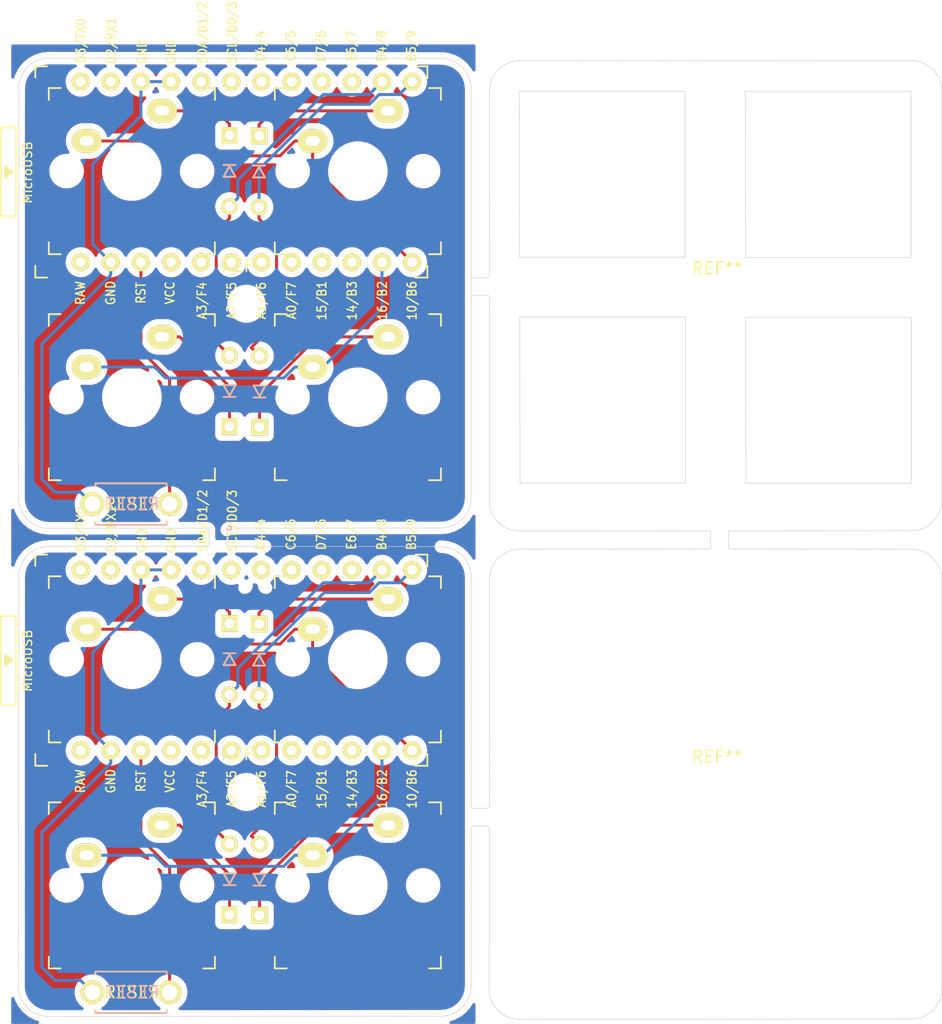
<source format=kicad_pcb>
(kicad_pcb (version 20171130) (host pcbnew "(5.1.5)-2")
  (layers (0 F.Cu signal) (31 B.Cu signal) (34 B.Paste user) (35 F.Paste user) (36 B.SilkS user) (37 F.SilkS user) (38 B.Mask user) (39 F.Mask user) (44 Edge.Cuts user))
  (net 0 "")
  (net 1 row0)
  (net 2 "Net-(D1-Pad1)")
  (net 3 "Net-(D2-Pad1)")
  (net 4 row1)
  (net 5 "Net-(D3-Pad1)")
  (net 6 "Net-(D4-Pad1)")
  (net 7 GND)
  (net 8 rst)
  (net 9 col0)
  (net 10 col1)
  (net 11 "Net-(U1-Pad24)")
  (net 12 VCC)
  (net 13 "Net-(U1-Pad20)")
  (net 14 "Net-(U1-Pad19)")
  (net 15 "Net-(U1-Pad18)")
  (net 16 "Net-(U1-Pad17)")
  (net 17 "Net-(U1-Pad16)")
  (net 18 "Net-(U1-Pad15)")
  (net 19 "Net-(U1-Pad10)")
  (net 20 "Net-(U1-Pad9)")
  (net 21 "Net-(U1-Pad8)")
  (net 22 "Net-(U1-Pad7)")
  (net 23 "Net-(U1-Pad6)")
  (net 24 "Net-(U1-Pad5)")
  (net 25 "Net-(U1-Pad2)")
  (net 26 "Net-(U1-Pad1)")
  (module kbd:CherryMX_1u (layer F.Cu) (at 147.43 139.298)
    (fp_text reference SW5 hide)
    (fp_text value SW_PUSH hide)
    (pad 1 thru_hole oval (at -3.81 -2.54) (size 2.5 2) (drill oval 1.2 0.8) (layers *.Cu F.SilkS B.Mask))
    (pad 2 thru_hole oval (at 2.54 -5.08) (size 2.5 2) (drill oval 1.2 0.8) (layers *.Cu F.SilkS B.Mask))
    (pad "" np_thru_hole circle (at 5.5 0 90) (size 1.9 1.9) (drill 1.9) (layers *.Cu *.Mask))
    (pad "" np_thru_hole circle (at -5.5 0 90) (size 1.9 1.9) (drill 1.9) (layers *.Cu *.Mask))
    (pad "" np_thru_hole circle (at 0 0 90) (size 4 4) (drill 4) (layers *.Cu *.Mask))
  )
  (module kbd:ResetSW (layer F.Cu) (at 128.31 148.308)
    (fp_text reference SW1 hide)
    (fp_text value SW_PUSH)
    (fp_text user RESET (at 0 0) (layer F.SilkS))
    (fp_text user RESET (at 0.127 0) (layer B.SilkS) (effects (justify mirror)))
    (pad 2 thru_hole circle (at -3.25 0) (size 2 2) (drill 1.3) (layers *.Cu *.Mask F.SilkS))
    (pad 1 thru_hole circle (at 3.25 0) (size 2 2) (drill 1.3) (layers *.Cu *.Mask F.SilkS))
  )
  (module kbd:CherryMX_1u (layer F.Cu) (at 147.43 120.248)
    (fp_text reference SW4 hide)
    (fp_text value SW_PUSH hide)
    (pad 1 thru_hole oval (at -3.81 -2.54) (size 2.5 2) (drill oval 1.2 0.8) (layers *.Cu F.SilkS B.Mask))
    (pad 2 thru_hole oval (at 2.54 -5.08) (size 2.5 2) (drill oval 1.2 0.8) (layers *.Cu F.SilkS B.Mask))
    (pad "" np_thru_hole circle (at 5.5 0 90) (size 1.9 1.9) (drill 1.9) (layers *.Cu *.Mask))
    (pad "" np_thru_hole circle (at -5.5 0 90) (size 1.9 1.9) (drill 1.9) (layers *.Cu *.Mask))
    (pad "" np_thru_hole circle (at 0 0 90) (size 4 4) (drill 4) (layers *.Cu *.Mask))
  )
  (module kbd:CherryMX_1u (layer F.Cu) (at 128.38 139.298)
    (fp_text reference SW3 hide)
    (fp_text value SW_PUSH hide)
    (pad "" np_thru_hole circle (at 0 0 90) (size 4 4) (drill 4) (layers *.Cu *.Mask))
    (pad "" np_thru_hole circle (at -5.5 0 90) (size 1.9 1.9) (drill 1.9) (layers *.Cu *.Mask))
    (pad "" np_thru_hole circle (at 5.5 0 90) (size 1.9 1.9) (drill 1.9) (layers *.Cu *.Mask))
    (pad 2 thru_hole oval (at 2.54 -5.08) (size 2.5 2) (drill oval 1.2 0.8) (layers *.Cu F.SilkS B.Mask))
    (pad 1 thru_hole oval (at -3.81 -2.54) (size 2.5 2) (drill oval 1.2 0.8) (layers *.Cu F.SilkS B.Mask))
  )
  (module kbd:CherryMX_1u (layer F.Cu) (at 128.38 120.248)
    (fp_text reference SW2 hide)
    (fp_text value SW_PUSH hide)
    (pad 1 thru_hole oval (at -3.81 -2.54) (size 2.5 2) (drill oval 1.2 0.8) (layers *.Cu F.SilkS B.Mask))
    (pad 2 thru_hole oval (at 2.54 -5.08) (size 2.5 2) (drill oval 1.2 0.8) (layers *.Cu F.SilkS B.Mask))
    (pad "" np_thru_hole circle (at 5.5 0 90) (size 1.9 1.9) (drill 1.9) (layers *.Cu *.Mask))
    (pad "" np_thru_hole circle (at -5.5 0 90) (size 1.9 1.9) (drill 1.9) (layers *.Cu *.Mask))
    (pad "" np_thru_hole circle (at 0 0 90) (size 4 4) (drill 4) (layers *.Cu *.Mask))
  )
  (module kbd:D3_TH (layer F.Cu) (at 136.61 120.228 270)
    (fp_text reference D1 hide)
    (fp_text value DIODE hide)
    (pad 1 thru_hole rect (at -3 0 270) (size 1.397 1.397) (drill 0.8128) (layers *.Cu F.SilkS B.Mask))
    (pad 2 thru_hole circle (at 3 0 270) (size 1.397 1.397) (drill 0.8128) (layers *.Cu F.SilkS B.Mask))
  )
  (module kbd:D3_TH (layer F.Cu) (at 139.1 120.278 270)
    (fp_text reference D3 hide)
    (fp_text value DIODE hide)
    (pad 1 thru_hole rect (at -3 0 270) (size 1.397 1.397) (drill 0.8128) (layers *.Cu F.SilkS B.Mask))
    (pad 2 thru_hole circle (at 3 0 270) (size 1.397 1.397) (drill 0.8128) (layers *.Cu F.SilkS B.Mask))
  )
  (module kbd:D3_TH (layer F.Cu) (at 139.14 138.818 90)
    (fp_text reference D4 hide)
    (fp_text value DIODE hide)
    (pad 1 thru_hole rect (at -3 0 90) (size 1.397 1.397) (drill 0.8128) (layers *.Cu F.SilkS B.Mask))
    (pad 2 thru_hole circle (at 3 0 90) (size 1.397 1.397) (drill 0.8128) (layers *.Cu F.SilkS B.Mask))
  )
  (module kbd:D3_TH (layer F.Cu) (at 136.61 138.778 90)
    (fp_text reference D2 hide)
    (fp_text value DIODE hide)
    (pad 1 thru_hole rect (at -3 0 90) (size 1.397 1.397) (drill 0.8128) (layers *.Cu F.SilkS B.Mask))
    (pad 2 thru_hole circle (at 3 0 90) (size 1.397 1.397) (drill 0.8128) (layers *.Cu F.SilkS B.Mask))
  )
  (module kbd:ProMicro_v3.5 (layer F.Cu) (at 138.54 120.318 90)
    (fp_text reference U1 hide)
    (fp_text value ProMicro hide)
    (fp_text user MicroUSB (at -0.05 -18.95 90) (layer F.SilkS) (effects (font (size 0.75 0.75) (thickness 0.12))))
    (fp_text user B4/8 (at 10.605 10.9 90 unlocked) (layer F.SilkS) (effects (font (size 0.75 0.67) (thickness 0.125))))
    (fp_text user D2/RX1 (at 11.055 -11.9 90 unlocked) (layer F.SilkS) (effects (font (size 0.75 0.67) (thickness 0.125))))
    (fp_text user B5/9 (at 10.605 13.4 90 unlocked) (layer F.SilkS) (effects (font (size 0.75 0.67) (thickness 0.125))))
    (fp_text user C6/5 (at 10.605 3.25 90 unlocked) (layer F.SilkS) (effects (font (size 0.75 0.67) (thickness 0.125))))
    (fp_text user SCL/D0/3 (at 11.755 -1.7 90 unlocked) (layer F.SilkS) (effects (font (size 0.75 0.67) (thickness 0.125))))
    (fp_text user SDA/D1/2 (at 11.755 -4.2 90 unlocked) (layer F.SilkS) (effects (font (size 0.75 0.67) (thickness 0.125))))
    (fp_text user D4/4 (at 10.605 0.7 90 unlocked) (layer F.SilkS) (effects (font (size 0.75 0.67) (thickness 0.125))))
    (fp_text user D3/TX0 (at 11.055 -14.45 90 unlocked) (layer F.SilkS) (effects (font (size 0.75 0.67) (thickness 0.125))))
    (fp_text user GND (at 10.105 -6.85 90 unlocked) (layer F.SilkS) (effects (font (size 0.75 0.67) (thickness 0.125))))
    (fp_text user GND (at 10.105 -9.3 90 unlocked) (layer F.SilkS) (effects (font (size 0.75 0.67) (thickness 0.125))))
    (fp_text user D7/6 (at 10.605 5.8 90 unlocked) (layer F.SilkS) (effects (font (size 0.75 0.67) (thickness 0.125))))
    (fp_text user E6/7 (at 10.605 8.35 90 unlocked) (layer F.SilkS) (effects (font (size 0.75 0.67) (thickness 0.125))))
    (fp_text user 16/B2 (at -10.845 10.95 90 unlocked) (layer F.SilkS) (effects (font (size 0.75 0.67) (thickness 0.125))))
    (fp_text user 10/B6 (at -10.845 13.45 90 unlocked) (layer F.SilkS) (effects (font (size 0.75 0.67) (thickness 0.125))))
    (fp_text user 14/B3 (at -10.845 8.4 90 unlocked) (layer F.SilkS) (effects (font (size 0.75 0.67) (thickness 0.125))))
    (fp_text user 15/B1 (at -10.845 5.85 90 unlocked) (layer F.SilkS) (effects (font (size 0.75 0.67) (thickness 0.125))))
    (fp_text user A0/F7 (at -10.845 3.3 90 unlocked) (layer F.SilkS) (effects (font (size 0.75 0.67) (thickness 0.125))))
    (fp_text user A1/F6 (at -10.845 0.75 90 unlocked) (layer F.SilkS) (effects (font (size 0.75 0.67) (thickness 0.125))))
    (fp_text user A2/F5 (at -10.845 -1.75 90 unlocked) (layer F.SilkS) (effects (font (size 0.75 0.67) (thickness 0.125))))
    (fp_text user A3/F4 (at -10.845 -4.25 90 unlocked) (layer F.SilkS) (effects (font (size 0.75 0.67) (thickness 0.125))))
    (fp_text user VCC (at -10.195 -6.95 90 unlocked) (layer F.SilkS) (effects (font (size 0.75 0.67) (thickness 0.125))))
    (fp_text user RST (at -10.195 -9.4 90 unlocked) (layer F.SilkS) (effects (font (size 0.75 0.67) (thickness 0.125))))
    (fp_text user GND (at -10.195 -11.95 90 unlocked) (layer F.SilkS) (effects (font (size 0.75 0.67) (thickness 0.125))))
    (fp_text user RAW (at -10.195 -14.5 90 unlocked) (layer F.SilkS) (effects (font (size 0.75 0.67) (thickness 0.125))))
    (fp_text user "" (at -0.545 -17.4 90) (layer F.SilkS))
    (fp_text user "" (at -1.2515 -16.256 90) (layer B.SilkS) (effects (justify mirror)))
    (pad 1 thru_hole circle (at 7.6114 -14.478 90) (size 1.524 1.524) (drill 0.8128) (layers *.Cu F.SilkS B.Mask))
    (pad 2 thru_hole circle (at 7.6114 -11.938 90) (size 1.524 1.524) (drill 0.8128) (layers *.Cu F.SilkS B.Mask))
    (pad 3 thru_hole circle (at 7.6114 -9.398 90) (size 1.524 1.524) (drill 0.8128) (layers *.Cu F.SilkS B.Mask))
    (pad 4 thru_hole circle (at 7.6114 -6.858 90) (size 1.524 1.524) (drill 0.8128) (layers *.Cu F.SilkS B.Mask))
    (pad 5 thru_hole circle (at 7.6114 -4.318 90) (size 1.524 1.524) (drill 0.8128) (layers *.Cu F.SilkS B.Mask))
    (pad 6 thru_hole circle (at 7.6114 -1.778 90) (size 1.524 1.524) (drill 0.8128) (layers *.Cu F.SilkS B.Mask))
    (pad 7 thru_hole circle (at 7.6114 0.762 90) (size 1.524 1.524) (drill 0.8128) (layers *.Cu F.SilkS B.Mask))
    (pad 8 thru_hole circle (at 7.6114 3.302 90) (size 1.524 1.524) (drill 0.8128) (layers *.Cu F.SilkS B.Mask))
    (pad 9 thru_hole circle (at 7.6114 5.842 90) (size 1.524 1.524) (drill 0.8128) (layers *.Cu F.SilkS B.Mask))
    (pad 10 thru_hole circle (at 7.6114 8.382 90) (size 1.524 1.524) (drill 0.8128) (layers *.Cu F.SilkS B.Mask))
    (pad 11 thru_hole circle (at 7.6114 10.922 90) (size 1.524 1.524) (drill 0.8128) (layers *.Cu F.SilkS B.Mask))
    (pad 12 thru_hole circle (at 7.6114 13.462 90) (size 1.524 1.524) (drill 0.8128) (layers *.Cu F.SilkS B.Mask))
    (pad 13 thru_hole circle (at -7.6086 13.462 90) (size 1.524 1.524) (drill 0.8128) (layers *.Cu F.SilkS B.Mask))
    (pad 14 thru_hole circle (at -7.6086 10.922 90) (size 1.524 1.524) (drill 0.8128) (layers *.Cu F.SilkS B.Mask))
    (pad 15 thru_hole circle (at -7.6086 8.382 90) (size 1.524 1.524) (drill 0.8128) (layers *.Cu F.SilkS B.Mask))
    (pad 16 thru_hole circle (at -7.6086 5.842 90) (size 1.524 1.524) (drill 0.8128) (layers *.Cu F.SilkS B.Mask))
    (pad 17 thru_hole circle (at -7.6086 3.302 90) (size 1.524 1.524) (drill 0.8128) (layers *.Cu F.SilkS B.Mask))
    (pad 18 thru_hole circle (at -7.6086 0.762 90) (size 1.524 1.524) (drill 0.8128) (layers *.Cu F.SilkS B.Mask))
    (pad 19 thru_hole circle (at -7.6086 -1.778 90) (size 1.524 1.524) (drill 0.8128) (layers *.Cu F.SilkS B.Mask))
    (pad 20 thru_hole circle (at -7.6086 -4.318 90) (size 1.524 1.524) (drill 0.8128) (layers *.Cu F.SilkS B.Mask))
    (pad 21 thru_hole circle (at -7.6086 -6.858 90) (size 1.524 1.524) (drill 0.8128) (layers *.Cu F.SilkS B.Mask))
    (pad 22 thru_hole circle (at -7.6086 -9.398 90) (size 1.524 1.524) (drill 0.8128) (layers *.Cu F.SilkS B.Mask))
    (pad 23 thru_hole circle (at -7.6086 -11.938 90) (size 1.524 1.524) (drill 0.8128) (layers *.Cu F.SilkS B.Mask))
    (pad 24 thru_hole circle (at -7.6086 -14.478 90) (size 1.524 1.524) (drill 0.8128) (layers *.Cu F.SilkS B.Mask))
  )
  (module MountingHole:MountingHole_2.2mm_M2 (layer F.Cu) (at 138.032 131.424)
    (fp_text reference REF** (at 0 -3.2) (layer F.SilkS))
    (fp_text value MountingHole_2.2mm_M2)
    (pad 1 np_thru_hole circle (at 0 0) (size 2.2 2.2) (drill 2.2) (layers *.Cu *.Mask))
  )
  (module MountingHole:MountingHole_2.2mm_M2 (layer F.Cu) (at 177.706 131.664)
    (fp_text reference REF** (at 0 -3.2) (layer F.SilkS))
    (fp_text value MountingHole_2.2mm_M2)
    (pad "" np_thru_hole circle (at 0 0) (size 2.2 2.2) (drill 2.2) (layers *.Cu *.Mask))
  )
  (module MountingHole:MountingHole_2.2mm_M2 (layer F.Cu) (at 177.71 90.502)
    (fp_text reference REF** (at 0 -3.2) (layer F.SilkS))
    (fp_text value MountingHole_2.2mm_M2)
    (pad "" np_thru_hole circle (at 0 0) (size 2.2 2.2) (drill 2.2) (layers *.Cu *.Mask))
  )
  (module MountingHole:MountingHole_2.2mm_M2 (layer F.Cu) (at 138.032 90.276)
    (fp_text reference REF** (at 0 -3.2) (layer F.SilkS))
    (fp_text value MountingHole_2.2mm_M2)
    (pad 1 np_thru_hole circle (at 0 0) (size 2.2 2.2) (drill 2.2) (layers *.Cu *.Mask))
  )
  (module kbd:ProMicro_v3.5 (layer F.Cu) (at 138.54 79.17 90)
    (fp_text reference U1 hide)
    (fp_text value ProMicro hide)
    (fp_text user "" (at -1.2515 -16.256 90) (layer B.SilkS) (effects (justify mirror)))
    (fp_text user "" (at -0.545 -17.4 90) (layer F.SilkS))
    (fp_text user RAW (at -10.195 -14.5 90 unlocked) (layer F.SilkS) (effects (font (size 0.75 0.67) (thickness 0.125))))
    (fp_text user GND (at -10.195 -11.95 90 unlocked) (layer F.SilkS) (effects (font (size 0.75 0.67) (thickness 0.125))))
    (fp_text user RST (at -10.195 -9.4 90 unlocked) (layer F.SilkS) (effects (font (size 0.75 0.67) (thickness 0.125))))
    (fp_text user VCC (at -10.195 -6.95 90 unlocked) (layer F.SilkS) (effects (font (size 0.75 0.67) (thickness 0.125))))
    (fp_text user A3/F4 (at -10.845 -4.25 90 unlocked) (layer F.SilkS) (effects (font (size 0.75 0.67) (thickness 0.125))))
    (fp_text user A2/F5 (at -10.845 -1.75 90 unlocked) (layer F.SilkS) (effects (font (size 0.75 0.67) (thickness 0.125))))
    (fp_text user A1/F6 (at -10.845 0.75 90 unlocked) (layer F.SilkS) (effects (font (size 0.75 0.67) (thickness 0.125))))
    (fp_text user A0/F7 (at -10.845 3.3 90 unlocked) (layer F.SilkS) (effects (font (size 0.75 0.67) (thickness 0.125))))
    (fp_text user 15/B1 (at -10.845 5.85 90 unlocked) (layer F.SilkS) (effects (font (size 0.75 0.67) (thickness 0.125))))
    (fp_text user 14/B3 (at -10.845 8.4 90 unlocked) (layer F.SilkS) (effects (font (size 0.75 0.67) (thickness 0.125))))
    (fp_text user 10/B6 (at -10.845 13.45 90 unlocked) (layer F.SilkS) (effects (font (size 0.75 0.67) (thickness 0.125))))
    (fp_text user 16/B2 (at -10.845 10.95 90 unlocked) (layer F.SilkS) (effects (font (size 0.75 0.67) (thickness 0.125))))
    (fp_text user E6/7 (at 10.605 8.35 90 unlocked) (layer F.SilkS) (effects (font (size 0.75 0.67) (thickness 0.125))))
    (fp_text user D7/6 (at 10.605 5.8 90 unlocked) (layer F.SilkS) (effects (font (size 0.75 0.67) (thickness 0.125))))
    (fp_text user GND (at 10.105 -9.3 90 unlocked) (layer F.SilkS) (effects (font (size 0.75 0.67) (thickness 0.125))))
    (fp_text user GND (at 10.105 -6.85 90 unlocked) (layer F.SilkS) (effects (font (size 0.75 0.67) (thickness 0.125))))
    (fp_text user D3/TX0 (at 11.055 -14.45 90 unlocked) (layer F.SilkS) (effects (font (size 0.75 0.67) (thickness 0.125))))
    (fp_text user D4/4 (at 10.605 0.7 90 unlocked) (layer F.SilkS) (effects (font (size 0.75 0.67) (thickness 0.125))))
    (fp_text user SDA/D1/2 (at 11.755 -4.2 90 unlocked) (layer F.SilkS) (effects (font (size 0.75 0.67) (thickness 0.125))))
    (fp_text user SCL/D0/3 (at 11.755 -1.7 90 unlocked) (layer F.SilkS) (effects (font (size 0.75 0.67) (thickness 0.125))))
    (fp_text user C6/5 (at 10.605 3.25 90 unlocked) (layer F.SilkS) (effects (font (size 0.75 0.67) (thickness 0.125))))
    (fp_text user B5/9 (at 10.605 13.4 90 unlocked) (layer F.SilkS) (effects (font (size 0.75 0.67) (thickness 0.125))))
    (fp_text user D2/RX1 (at 11.055 -11.9 90 unlocked) (layer F.SilkS) (effects (font (size 0.75 0.67) (thickness 0.125))))
    (fp_text user B4/8 (at 10.605 10.9 90 unlocked) (layer F.SilkS) (effects (font (size 0.75 0.67) (thickness 0.125))))
    (fp_text user MicroUSB (at -0.05 -18.95 90) (layer F.SilkS) (effects (font (size 0.75 0.75) (thickness 0.12))))
    (pad 24 thru_hole circle (at -7.6086 -14.478 90) (size 1.524 1.524) (drill 0.8128) (layers *.Cu F.SilkS B.Mask) (net 11 "Net-(U1-Pad24)"))
    (pad 23 thru_hole circle (at -7.6086 -11.938 90) (size 1.524 1.524) (drill 0.8128) (layers *.Cu F.SilkS B.Mask) (net 7 GND))
    (pad 22 thru_hole circle (at -7.6086 -9.398 90) (size 1.524 1.524) (drill 0.8128) (layers *.Cu F.SilkS B.Mask) (net 8 rst))
    (pad 21 thru_hole circle (at -7.6086 -6.858 90) (size 1.524 1.524) (drill 0.8128) (layers *.Cu F.SilkS B.Mask) (net 12 VCC))
    (pad 20 thru_hole circle (at -7.6086 -4.318 90) (size 1.524 1.524) (drill 0.8128) (layers *.Cu F.SilkS B.Mask) (net 13 "Net-(U1-Pad20)"))
    (pad 19 thru_hole circle (at -7.6086 -1.778 90) (size 1.524 1.524) (drill 0.8128) (layers *.Cu F.SilkS B.Mask) (net 14 "Net-(U1-Pad19)"))
    (pad 18 thru_hole circle (at -7.6086 0.762 90) (size 1.524 1.524) (drill 0.8128) (layers *.Cu F.SilkS B.Mask) (net 15 "Net-(U1-Pad18)"))
    (pad 17 thru_hole circle (at -7.6086 3.302 90) (size 1.524 1.524) (drill 0.8128) (layers *.Cu F.SilkS B.Mask) (net 16 "Net-(U1-Pad17)"))
    (pad 16 thru_hole circle (at -7.6086 5.842 90) (size 1.524 1.524) (drill 0.8128) (layers *.Cu F.SilkS B.Mask) (net 17 "Net-(U1-Pad16)"))
    (pad 15 thru_hole circle (at -7.6086 8.382 90) (size 1.524 1.524) (drill 0.8128) (layers *.Cu F.SilkS B.Mask) (net 18 "Net-(U1-Pad15)"))
    (pad 14 thru_hole circle (at -7.6086 10.922 90) (size 1.524 1.524) (drill 0.8128) (layers *.Cu F.SilkS B.Mask) (net 10 col1))
    (pad 13 thru_hole circle (at -7.6086 13.462 90) (size 1.524 1.524) (drill 0.8128) (layers *.Cu F.SilkS B.Mask) (net 9 col0))
    (pad 12 thru_hole circle (at 7.6114 13.462 90) (size 1.524 1.524) (drill 0.8128) (layers *.Cu F.SilkS B.Mask) (net 4 row1))
    (pad 11 thru_hole circle (at 7.6114 10.922 90) (size 1.524 1.524) (drill 0.8128) (layers *.Cu F.SilkS B.Mask) (net 1 row0))
    (pad 10 thru_hole circle (at 7.6114 8.382 90) (size 1.524 1.524) (drill 0.8128) (layers *.Cu F.SilkS B.Mask) (net 19 "Net-(U1-Pad10)"))
    (pad 9 thru_hole circle (at 7.6114 5.842 90) (size 1.524 1.524) (drill 0.8128) (layers *.Cu F.SilkS B.Mask) (net 20 "Net-(U1-Pad9)"))
    (pad 8 thru_hole circle (at 7.6114 3.302 90) (size 1.524 1.524) (drill 0.8128) (layers *.Cu F.SilkS B.Mask) (net 21 "Net-(U1-Pad8)"))
    (pad 7 thru_hole circle (at 7.6114 0.762 90) (size 1.524 1.524) (drill 0.8128) (layers *.Cu F.SilkS B.Mask) (net 22 "Net-(U1-Pad7)"))
    (pad 6 thru_hole circle (at 7.6114 -1.778 90) (size 1.524 1.524) (drill 0.8128) (layers *.Cu F.SilkS B.Mask) (net 23 "Net-(U1-Pad6)"))
    (pad 5 thru_hole circle (at 7.6114 -4.318 90) (size 1.524 1.524) (drill 0.8128) (layers *.Cu F.SilkS B.Mask) (net 24 "Net-(U1-Pad5)"))
    (pad 4 thru_hole circle (at 7.6114 -6.858 90) (size 1.524 1.524) (drill 0.8128) (layers *.Cu F.SilkS B.Mask) (net 7 GND))
    (pad 3 thru_hole circle (at 7.6114 -9.398 90) (size 1.524 1.524) (drill 0.8128) (layers *.Cu F.SilkS B.Mask) (net 7 GND))
    (pad 2 thru_hole circle (at 7.6114 -11.938 90) (size 1.524 1.524) (drill 0.8128) (layers *.Cu F.SilkS B.Mask) (net 25 "Net-(U1-Pad2)"))
    (pad 1 thru_hole circle (at 7.6114 -14.478 90) (size 1.524 1.524) (drill 0.8128) (layers *.Cu F.SilkS B.Mask) (net 26 "Net-(U1-Pad1)"))
  )
  (module kbd:D3_TH (layer F.Cu) (at 139.14 97.67 90)
    (fp_text reference D4 hide)
    (fp_text value DIODE hide)
    (pad 2 thru_hole circle (at 3 0 90) (size 1.397 1.397) (drill 0.8128) (layers *.Cu F.SilkS B.Mask) (net 4 row1))
    (pad 1 thru_hole rect (at -3 0 90) (size 1.397 1.397) (drill 0.8128) (layers *.Cu F.SilkS B.Mask) (net 6 "Net-(D4-Pad1)"))
  )
  (module kbd:D3_TH (layer F.Cu) (at 139.1 79.13 270)
    (fp_text reference D3 hide)
    (fp_text value DIODE hide)
    (pad 2 thru_hole circle (at 3 0 270) (size 1.397 1.397) (drill 0.8128) (layers *.Cu F.SilkS B.Mask) (net 4 row1))
    (pad 1 thru_hole rect (at -3 0 270) (size 1.397 1.397) (drill 0.8128) (layers *.Cu F.SilkS B.Mask) (net 5 "Net-(D3-Pad1)"))
  )
  (module kbd:D3_TH (layer F.Cu) (at 136.61 97.63 90)
    (fp_text reference D2 hide)
    (fp_text value DIODE hide)
    (pad 2 thru_hole circle (at 3 0 90) (size 1.397 1.397) (drill 0.8128) (layers *.Cu F.SilkS B.Mask) (net 1 row0))
    (pad 1 thru_hole rect (at -3 0 90) (size 1.397 1.397) (drill 0.8128) (layers *.Cu F.SilkS B.Mask) (net 3 "Net-(D2-Pad1)"))
  )
  (module kbd:D3_TH (layer F.Cu) (at 136.61 79.08 270)
    (fp_text reference D1 hide)
    (fp_text value DIODE hide)
    (pad 2 thru_hole circle (at 3 0 270) (size 1.397 1.397) (drill 0.8128) (layers *.Cu F.SilkS B.Mask) (net 1 row0))
    (pad 1 thru_hole rect (at -3 0 270) (size 1.397 1.397) (drill 0.8128) (layers *.Cu F.SilkS B.Mask) (net 2 "Net-(D1-Pad1)"))
  )
  (module kbd:CherryMX_1u (layer F.Cu) (at 128.38 79.1)
    (fp_text reference SW2 hide)
    (fp_text value SW_PUSH hide)
    (pad "" np_thru_hole circle (at 0 0 90) (size 4 4) (drill 4) (layers *.Cu *.Mask))
    (pad "" np_thru_hole circle (at -5.5 0 90) (size 1.9 1.9) (drill 1.9) (layers *.Cu *.Mask))
    (pad "" np_thru_hole circle (at 5.5 0 90) (size 1.9 1.9) (drill 1.9) (layers *.Cu *.Mask))
    (pad 2 thru_hole oval (at 2.54 -5.08) (size 2.5 2) (drill oval 1.2 0.8) (layers *.Cu F.SilkS B.Mask) (net 2 "Net-(D1-Pad1)"))
    (pad 1 thru_hole oval (at -3.81 -2.54) (size 2.5 2) (drill oval 1.2 0.8) (layers *.Cu F.SilkS B.Mask) (net 9 col0))
  )
  (module kbd:CherryMX_1u (layer F.Cu) (at 128.38 98.15)
    (fp_text reference SW3 hide)
    (fp_text value SW_PUSH hide)
    (pad 1 thru_hole oval (at -3.81 -2.54) (size 2.5 2) (drill oval 1.2 0.8) (layers *.Cu F.SilkS B.Mask) (net 10 col1))
    (pad 2 thru_hole oval (at 2.54 -5.08) (size 2.5 2) (drill oval 1.2 0.8) (layers *.Cu F.SilkS B.Mask) (net 3 "Net-(D2-Pad1)"))
    (pad "" np_thru_hole circle (at 5.5 0 90) (size 1.9 1.9) (drill 1.9) (layers *.Cu *.Mask))
    (pad "" np_thru_hole circle (at -5.5 0 90) (size 1.9 1.9) (drill 1.9) (layers *.Cu *.Mask))
    (pad "" np_thru_hole circle (at 0 0 90) (size 4 4) (drill 4) (layers *.Cu *.Mask))
  )
  (module kbd:CherryMX_1u (layer F.Cu) (at 147.43 79.1)
    (fp_text reference SW4 hide)
    (fp_text value SW_PUSH hide)
    (pad "" np_thru_hole circle (at 0 0 90) (size 4 4) (drill 4) (layers *.Cu *.Mask))
    (pad "" np_thru_hole circle (at -5.5 0 90) (size 1.9 1.9) (drill 1.9) (layers *.Cu *.Mask))
    (pad "" np_thru_hole circle (at 5.5 0 90) (size 1.9 1.9) (drill 1.9) (layers *.Cu *.Mask))
    (pad 2 thru_hole oval (at 2.54 -5.08) (size 2.5 2) (drill oval 1.2 0.8) (layers *.Cu F.SilkS B.Mask) (net 5 "Net-(D3-Pad1)"))
    (pad 1 thru_hole oval (at -3.81 -2.54) (size 2.5 2) (drill oval 1.2 0.8) (layers *.Cu F.SilkS B.Mask) (net 9 col0))
  )
  (module kbd:ResetSW (layer F.Cu) (at 128.31 107.16)
    (fp_text reference SW1 hide)
    (fp_text value SW_PUSH)
    (fp_text user RESET (at 0.127 0) (layer B.SilkS) (effects (justify mirror)))
    (fp_text user RESET (at 0 0) (layer F.SilkS))
    (pad 1 thru_hole circle (at 3.25 0) (size 2 2) (drill 1.3) (layers *.Cu *.Mask F.SilkS) (net 8 rst))
    (pad 2 thru_hole circle (at -3.25 0) (size 2 2) (drill 1.3) (layers *.Cu *.Mask F.SilkS) (net 7 GND))
  )
  (module kbd:CherryMX_1u (layer F.Cu) (at 147.43 98.15)
    (fp_text reference SW5 hide)
    (fp_text value SW_PUSH hide)
    (pad "" np_thru_hole circle (at 0 0 90) (size 4 4) (drill 4) (layers *.Cu *.Mask))
    (pad "" np_thru_hole circle (at -5.5 0 90) (size 1.9 1.9) (drill 1.9) (layers *.Cu *.Mask))
    (pad "" np_thru_hole circle (at 5.5 0 90) (size 1.9 1.9) (drill 1.9) (layers *.Cu *.Mask))
    (pad 2 thru_hole oval (at 2.54 -5.08) (size 2.5 2) (drill oval 1.2 0.8) (layers *.Cu F.SilkS B.Mask) (net 6 "Net-(D4-Pad1)"))
    (pad 1 thru_hole oval (at -3.81 -2.54) (size 2.5 2) (drill oval 1.2 0.8) (layers *.Cu F.SilkS B.Mask) (net 10 col1))
  )
  (gr_line (start 161.053 109.426) (end 177.010002 109.42) (layer Edge.Cuts) (width 0.05))
  (gr_line (start 177.009999 110.949999) (end 161.074 110.963) (layer Edge.Cuts) (width 0.05))
  (gr_line (start 194.10525 110.96625) (end 178.819998 110.95) (layer Edge.Cuts) (width 0.05))
  (gr_line (start 178.820001 109.420001) (end 194.103 109.401) (layer Edge.Cuts) (width 0.05))
  (gr_line (start 158.508749 134.455001) (end 158.499 146.538) (layer Edge.Cuts) (width 0.05))
  (gr_line (start 158.524 113.513) (end 158.50875 132.645002) (layer Edge.Cuts) (width 0.05))
  (gr_line (start 158.509999 89.730001) (end 158.503 105.376) (layer Edge.Cuts) (width 0.05))
  (gr_line (start 158.528 72.351) (end 158.51 87.920002) (layer Edge.Cuts) (width 0.05))
  (gr_line (start 156.975 146.273) (end 156.97875 134.454998) (layer Edge.Cuts) (width 0.05))
  (gr_line (start 156.978751 132.644999) (end 156.975 113.298) (layer Edge.Cuts) (width 0.05))
  (gr_line (start 177.17 109.58) (end 177.169999 110.790001) (layer Edge.Cuts) (width 0.05))
  (gr_arc (start 177.000001 109.589999) (end 177.17 109.58) (angle -83.26707867) (layer Edge.Cuts) (width 0.05))
  (gr_arc (start 178.829999 110.780001) (end 178.66 110.79) (angle -83.26707867) (layer Edge.Cuts) (width 0.05))
  (gr_arc (start 178.83 109.59) (end 178.820001 109.420001) (angle -83.26707867) (layer Edge.Cuts) (width 0.05))
  (gr_arc (start 177 110.78) (end 177.009999 110.949999) (angle -83.26707867) (layer Edge.Cuts) (width 0.05))
  (gr_line (start 178.66 110.79) (end 178.660001 109.579999) (layer Edge.Cuts) (width 0.05))
  (gr_line (start 158.35 88.08) (end 157.139999 88.079999) (layer Edge.Cuts) (width 0.05))
  (gr_arc (start 158.340001 87.910001) (end 158.35 88.08) (angle -83.26707867) (layer Edge.Cuts) (width 0.05))
  (gr_arc (start 157.149999 89.739999) (end 157.14 89.57) (angle -83.26707867) (layer Edge.Cuts) (width 0.05))
  (gr_arc (start 158.34 89.74) (end 158.509999 89.730001) (angle -83.26707867) (layer Edge.Cuts) (width 0.05))
  (gr_arc (start 157.15 87.91) (end 156.980001 87.919999) (angle -83.26707867) (layer Edge.Cuts) (width 0.05))
  (gr_line (start 157.14 89.57) (end 158.350001 89.570001) (layer Edge.Cuts) (width 0.05))
  (gr_line (start 157.13875 134.295) (end 158.348751 134.295001) (layer Edge.Cuts) (width 0.05))
  (gr_arc (start 157.148749 134.464999) (end 157.13875 134.295) (angle -83.26707867) (layer Edge.Cuts) (width 0.05))
  (gr_arc (start 158.338751 132.635001) (end 158.34875 132.805) (angle -83.26707867) (layer Edge.Cuts) (width 0.05))
  (gr_arc (start 157.14875 132.635) (end 156.978751 132.644999) (angle -83.26707867) (layer Edge.Cuts) (width 0.05))
  (gr_arc (start 158.33875 134.465) (end 158.508749 134.455001) (angle -83.26707867) (layer Edge.Cuts) (width 0.05))
  (gr_line (start 158.34875 132.805) (end 157.138749 132.804999) (layer Edge.Cuts) (width 0.05))
  (gr_line (start 121.4 110.723) (end 134.729999 110.719999) (layer Edge.Cuts) (width 0.05))
  (gr_line (start 136.539998 110.72) (end 154.425 110.748) (layer Edge.Cuts) (width 0.05))
  (gr_line (start 136.38 110.56) (end 136.380001 109.349999) (layer Edge.Cuts) (width 0.05))
  (gr_line (start 134.89 109.35) (end 134.889999 110.560001) (layer Edge.Cuts) (width 0.05))
  (gr_arc (start 136.549999 110.550001) (end 136.38 110.56) (angle -83.26707867) (layer Edge.Cuts) (width 0.05))
  (gr_arc (start 134.72 110.55) (end 134.729999 110.719999) (angle -83.26707867) (layer Edge.Cuts) (width 0.05))
  (gr_line (start 134.730002 109.19) (end 121.375 109.2) (layer Edge.Cuts) (width 0.05))
  (gr_arc (start 134.720001 109.359999) (end 134.89 109.35) (angle -83.26707867) (layer Edge.Cuts) (width 0.05))
  (gr_line (start 136.540001 109.190001) (end 154.425 109.175) (layer Edge.Cuts) (width 0.05))
  (gr_arc (start 136.55 109.36) (end 136.540001 109.190001) (angle -83.26707867) (layer Edge.Cuts) (width 0.05))
  (gr_arc (start 136.59 109.19) (end 136.41 109.19) (angle -298.3007558) (layer B.SilkS) (width 0.12))
  (gr_arc (start 154.425 147.773) (end 154.425 150.323) (angle -90) (layer Edge.Cuts) (width 0.05))
  (gr_line (start 118.825 146.298) (end 118.825 147.798) (layer Edge.Cuts) (width 0.05))
  (gr_line (start 154.425 150.323) (end 121.375 150.348) (layer Edge.Cuts) (width 0.05))
  (gr_line (start 156.975 146.273) (end 156.975 147.773) (layer Edge.Cuts) (width 0.05))
  (gr_arc (start 121.4 113.273) (end 121.4 110.723) (angle -90) (layer Edge.Cuts) (width 0.05))
  (gr_arc (start 121.375 147.798) (end 118.825 147.798) (angle -90) (layer Edge.Cuts) (width 0.05))
  (gr_arc (start 154.425 113.298) (end 156.975 113.298) (angle -90) (layer Edge.Cuts) (width 0.05))
  (gr_line (start 118.825 146.298) (end 118.85 113.273) (layer Edge.Cuts) (width 0.05))
  (gr_arc (start 194.10525 113.51625) (end 196.65525 113.51625) (angle -90) (layer Edge.Cuts) (width 0.05))
  (gr_arc (start 194.099 148.013) (end 194.099 150.563) (angle -90) (layer Edge.Cuts) (width 0.05))
  (gr_line (start 194.099 150.563) (end 161.049 150.588) (layer Edge.Cuts) (width 0.05))
  (gr_arc (start 161.049 148.038) (end 158.499 148.038) (angle -90) (layer Edge.Cuts) (width 0.05))
  (gr_arc (start 161.074 113.513) (end 161.074 110.963) (angle -90) (layer Edge.Cuts) (width 0.05))
  (gr_line (start 196.649 113.538) (end 196.649 146.513) (layer Edge.Cuts) (width 0.05))
  (gr_line (start 158.499 146.538) (end 158.499 148.038) (layer Edge.Cuts) (width 0.05))
  (gr_line (start 196.649 146.513) (end 196.649 148.013) (layer Edge.Cuts) (width 0.05))
  (gr_arc (start 194.10925 72.35425) (end 196.65925 72.35425) (angle -90) (layer Edge.Cuts) (width 0.05))
  (gr_line (start 175.048 105.388) (end 161.098 105.388) (layer Edge.Cuts) (width 0.05))
  (gr_line (start 161.098 105.388) (end 161.078 91.398) (layer Edge.Cuts) (width 0.05))
  (gr_line (start 161.08425 69.77925) (end 194.10925 69.80425) (layer Edge.Cuts) (width 0.05))
  (gr_line (start 161.038 72.368) (end 175.008 72.368) (layer Edge.Cuts) (width 0.05))
  (gr_line (start 180.138 105.408) (end 180.118 91.418) (layer Edge.Cuts) (width 0.05))
  (gr_line (start 175.048 91.398) (end 175.048 105.388) (layer Edge.Cuts) (width 0.05))
  (gr_line (start 161.078 91.398) (end 175.048 91.398) (layer Edge.Cuts) (width 0.05))
  (gr_line (start 180.108 86.378) (end 180.088 72.388) (layer Edge.Cuts) (width 0.05))
  (gr_line (start 194.088 105.408) (end 180.138 105.408) (layer Edge.Cuts) (width 0.05))
  (gr_line (start 180.118 91.418) (end 194.088 91.418) (layer Edge.Cuts) (width 0.05))
  (gr_line (start 161.058 86.358) (end 161.038 72.368) (layer Edge.Cuts) (width 0.05))
  (gr_line (start 175.008 72.368) (end 175.008 86.358) (layer Edge.Cuts) (width 0.05))
  (gr_line (start 175.008 86.358) (end 161.058 86.358) (layer Edge.Cuts) (width 0.05))
  (gr_line (start 180.088 72.388) (end 194.058 72.388) (layer Edge.Cuts) (width 0.05))
  (gr_line (start 194.088 91.418) (end 194.088 105.408) (layer Edge.Cuts) (width 0.05))
  (gr_line (start 194.058 86.378) (end 180.108 86.378) (layer Edge.Cuts) (width 0.05))
  (gr_line (start 194.058 72.388) (end 194.058 86.378) (layer Edge.Cuts) (width 0.05))
  (gr_arc (start 194.103 106.851) (end 194.103 109.401) (angle -90) (layer Edge.Cuts) (width 0.05))
  (gr_line (start 196.653 72.376) (end 196.653 105.351) (layer Edge.Cuts) (width 0.05))
  (gr_line (start 158.503 105.376) (end 158.503 106.876) (layer Edge.Cuts) (width 0.05))
  (gr_line (start 196.653 105.351) (end 196.653 106.851) (layer Edge.Cuts) (width 0.05))
  (gr_arc (start 161.078 72.351) (end 161.078 69.801) (angle -90) (layer Edge.Cuts) (width 0.05))
  (gr_arc (start 161.053 106.876) (end 158.503 106.876) (angle -90) (layer Edge.Cuts) (width 0.05))
  (gr_line (start 118.825 105.15) (end 118.825 106.65) (layer Edge.Cuts) (width 0.05))
  (gr_line (start 156.975 105.125) (end 156.975 106.625) (layer Edge.Cuts) (width 0.05))
  (gr_line (start 121.4 69.575) (end 154.425 69.6) (layer Edge.Cuts) (width 0.05))
  (gr_line (start 118.825 105.15) (end 118.85 72.125) (layer Edge.Cuts) (width 0.05))
  (gr_line (start 156.975 72.15) (end 156.975 105.125) (layer Edge.Cuts) (width 0.05))
  (gr_arc (start 121.375 106.65) (end 118.825 106.65) (angle -90) (layer Edge.Cuts) (width 0.05))
  (gr_arc (start 154.425 106.625) (end 154.425 109.175) (angle -90) (layer Edge.Cuts) (width 0.05))
  (gr_arc (start 154.425 72.15) (end 156.975 72.15) (angle -90) (layer Edge.Cuts) (width 0.05))
  (gr_arc (start 121.4 72.125) (end 121.4 69.575) (angle -90) (layer Edge.Cuts) (width 0.05))
  (segment (start 144.504399 113.793601) (end 148.374999 113.793601) (width 0.25) (layer B.Cu) (net 0))
  (segment (start 137.308499 122.529501) (end 137.308499 120.989501) (width 0.25) (layer B.Cu) (net 0))
  (segment (start 148.700001 113.468599) (end 149.462 112.7066) (width 0.25) (layer B.Cu) (net 0))
  (segment (start 136.61 123.228) (end 137.308499 122.529501) (width 0.25) (layer B.Cu) (net 0))
  (segment (start 137.308499 120.989501) (end 144.504399 113.793601) (width 0.25) (layer B.Cu) (net 0))
  (segment (start 148.374999 113.793601) (end 148.700001 113.468599) (width 0.25) (layer B.Cu) (net 0))
  (segment (start 136.61 123.228) (end 136.61 124.215828) (width 0.25) (layer F.Cu) (net 0))
  (segment (start 134.984 134.152) (end 135.911501 135.079501) (width 0.25) (layer F.Cu) (net 0))
  (segment (start 136.61 124.215828) (end 135.492 125.333828) (width 0.25) (layer F.Cu) (net 0))
  (segment (start 135.492 125.333828) (end 135.492 129.9) (width 0.25) (layer F.Cu) (net 0))
  (segment (start 134.984 130.408) (end 134.984 134.152) (width 0.25) (layer F.Cu) (net 0))
  (segment (start 135.492 129.9) (end 134.984 130.408) (width 0.25) (layer F.Cu) (net 0))
  (segment (start 135.911501 135.079501) (end 136.61 135.778) (width 0.25) (layer F.Cu) (net 0))
  (segment (start 135.4985 115.168) (end 136.61 116.2795) (width 0.25) (layer F.Cu) (net 0))
  (segment (start 130.92 115.168) (end 135.4985 115.168) (width 0.25) (layer F.Cu) (net 0))
  (segment (start 136.61 116.2795) (end 136.61 117.228) (width 0.25) (layer F.Cu) (net 0))
  (segment (start 136.61 140.8295) (end 136.61 141.778) (width 0.25) (layer F.Cu) (net 0))
  (segment (start 136.61 138.408) (end 136.61 140.8295) (width 0.25) (layer F.Cu) (net 0))
  (segment (start 130.92 134.218) (end 132.42 134.218) (width 0.25) (layer F.Cu) (net 0))
  (segment (start 132.42 134.218) (end 136.61 138.408) (width 0.25) (layer F.Cu) (net 0))
  (segment (start 148.39499 114.619163) (end 149.220552 113.793601) (width 0.25) (layer B.Cu) (net 0))
  (segment (start 151.240001 113.468599) (end 152.002 112.7066) (width 0.25) (layer B.Cu) (net 0))
  (segment (start 144.58499 114.619163) (end 148.39499 114.619163) (width 0.25) (layer B.Cu) (net 0))
  (segment (start 139.1 123.278) (end 139.1 120.104153) (width 0.25) (layer B.Cu) (net 0))
  (segment (start 150.914999 113.793601) (end 151.240001 113.468599) (width 0.25) (layer B.Cu) (net 0))
  (segment (start 139.1 120.104153) (end 144.58499 114.619163) (width 0.25) (layer B.Cu) (net 0))
  (segment (start 149.220552 113.793601) (end 150.914999 113.793601) (width 0.25) (layer B.Cu) (net 0))
  (segment (start 140.572 125.737828) (end 140.572 132.989002) (width 0.25) (layer F.Cu) (net 0))
  (segment (start 140.572 132.989002) (end 138.441501 135.119501) (width 0.25) (layer F.Cu) (net 0))
  (segment (start 139.1 123.278) (end 139.1 124.265828) (width 0.25) (layer F.Cu) (net 0))
  (segment (start 139.1 124.265828) (end 140.572 125.737828) (width 0.25) (layer F.Cu) (net 0))
  (segment (start 138.441501 135.119501) (end 139.14 135.818) (width 0.25) (layer F.Cu) (net 0))
  (segment (start 140.2615 115.168) (end 148.47 115.168) (width 0.25) (layer F.Cu) (net 0))
  (segment (start 139.1 116.3295) (end 140.2615 115.168) (width 0.25) (layer F.Cu) (net 0))
  (segment (start 148.47 115.168) (end 149.97 115.168) (width 0.25) (layer F.Cu) (net 0))
  (segment (start 139.1 117.278) (end 139.1 116.3295) (width 0.25) (layer F.Cu) (net 0))
  (segment (start 144.036153 134.218) (end 148.47 134.218) (width 0.25) (layer F.Cu) (net 0))
  (segment (start 139.14 141.818) (end 139.14 139.114153) (width 0.25) (layer F.Cu) (net 0))
  (segment (start 148.47 134.218) (end 149.97 134.218) (width 0.25) (layer F.Cu) (net 0))
  (segment (start 139.14 139.114153) (end 144.036153 134.218) (width 0.25) (layer F.Cu) (net 0))
  (segment (start 125.08 126.4046) (end 126.602 127.9266) (width 0.25) (layer B.Cu) (net 0))
  (segment (start 130.60437 112.7066) (end 129.142 112.7066) (width 0.25) (layer B.Cu) (net 0))
  (segment (start 126.602 127.9266) (end 126.602 129.00423) (width 0.25) (layer B.Cu) (net 0))
  (segment (start 129.142 112.7066) (end 129.142 115.596) (width 0.25) (layer B.Cu) (net 0))
  (segment (start 125.08 119.658) (end 125.08 126.4046) (width 0.25) (layer B.Cu) (net 0))
  (segment (start 129.142 115.596) (end 125.08 119.658) (width 0.25) (layer B.Cu) (net 0))
  (segment (start 120.79 134.81623) (end 120.79 146.188) (width 0.25) (layer B.Cu) (net 0))
  (segment (start 124.060001 147.308001) (end 125.06 148.308) (width 0.25) (layer B.Cu) (net 0))
  (segment (start 121.910001 147.308001) (end 124.060001 147.308001) (width 0.25) (layer B.Cu) (net 0))
  (segment (start 120.79 146.188) (end 121.910001 147.308001) (width 0.25) (layer B.Cu) (net 0))
  (segment (start 131.682 112.7066) (end 130.60437 112.7066) (width 0.25) (layer B.Cu) (net 0))
  (segment (start 126.602 129.00423) (end 120.79 134.81623) (width 0.25) (layer B.Cu) (net 0))
  (segment (start 129.142 127.9266) (end 129.142 135.37) (width 0.25) (layer F.Cu) (net 0))
  (segment (start 131.56 146.893787) (end 131.56 148.308) (width 0.25) (layer F.Cu) (net 0))
  (segment (start 129.142 135.37) (end 131.56 137.788) (width 0.25) (layer F.Cu) (net 0))
  (segment (start 131.56 137.788) (end 131.56 146.893787) (width 0.25) (layer F.Cu) (net 0))
  (segment (start 134.09 117.708) (end 135.34 118.958) (width 0.25) (layer F.Cu) (net 0))
  (segment (start 150.914999 126.839599) (end 150.580597 126.839599) (width 0.25) (layer F.Cu) (net 0))
  (segment (start 152.002 127.9266) (end 150.914999 126.839599) (width 0.25) (layer F.Cu) (net 0))
  (segment (start 143.62 118.958) (end 143.62 117.708) (width 0.25) (layer F.Cu) (net 0))
  (segment (start 150.580597 126.839599) (end 143.62 119.879002) (width 0.25) (layer F.Cu) (net 0))
  (segment (start 140.87 118.958) (end 142.12 117.708) (width 0.25) (layer F.Cu) (net 0))
  (segment (start 135.34 118.958) (end 140.87 118.958) (width 0.25) (layer F.Cu) (net 0))
  (segment (start 143.62 119.879002) (end 143.62 118.958) (width 0.25) (layer F.Cu) (net 0))
  (segment (start 142.12 117.708) (end 143.62 117.708) (width 0.25) (layer F.Cu) (net 0))
  (segment (start 124.57 117.708) (end 134.09 117.708) (width 0.25) (layer F.Cu) (net 0))
  (segment (start 144.49 136.758) (end 149.462 131.786) (width 0.25) (layer B.Cu) (net 0))
  (segment (start 131.22 137.688) (end 141.19 137.688) (width 0.25) (layer B.Cu) (net 0))
  (segment (start 142.12 136.758) (end 143.62 136.758) (width 0.25) (layer B.Cu) (net 0))
  (segment (start 141.19 137.688) (end 142.12 136.758) (width 0.25) (layer B.Cu) (net 0))
  (segment (start 149.462 131.786) (end 149.462 127.9266) (width 0.25) (layer B.Cu) (net 0))
  (segment (start 143.62 136.758) (end 144.49 136.758) (width 0.25) (layer B.Cu) (net 0))
  (segment (start 130.29 136.758) (end 131.22 137.688) (width 0.25) (layer B.Cu) (net 0))
  (segment (start 124.57 136.758) (end 130.29 136.758) (width 0.25) (layer B.Cu) (net 0))
  (segment (start 148.700001 72.320599) (end 149.462 71.5586) (width 0.25) (layer B.Cu) (net 1))
  (segment (start 137.308499 81.381501) (end 137.308499 79.841501) (width 0.25) (layer B.Cu) (net 1))
  (segment (start 136.61 82.08) (end 137.308499 81.381501) (width 0.25) (layer B.Cu) (net 1))
  (segment (start 137.308499 79.841501) (end 144.504399 72.645601) (width 0.25) (layer B.Cu) (net 1))
  (segment (start 144.504399 72.645601) (end 148.374999 72.645601) (width 0.25) (layer B.Cu) (net 1))
  (segment (start 148.374999 72.645601) (end 148.700001 72.320599) (width 0.25) (layer B.Cu) (net 1))
  (segment (start 135.911501 93.931501) (end 136.61 94.63) (width 0.25) (layer F.Cu) (net 1))
  (segment (start 134.984 93.004) (end 135.911501 93.931501) (width 0.25) (layer F.Cu) (net 1))
  (segment (start 135.492 84.185828) (end 135.492 88.752) (width 0.25) (layer F.Cu) (net 1))
  (segment (start 136.61 82.08) (end 136.61 83.067828) (width 0.25) (layer F.Cu) (net 1))
  (segment (start 135.492 88.752) (end 134.984 89.26) (width 0.25) (layer F.Cu) (net 1))
  (segment (start 136.61 83.067828) (end 135.492 84.185828) (width 0.25) (layer F.Cu) (net 1))
  (segment (start 134.984 89.26) (end 134.984 93.004) (width 0.25) (layer F.Cu) (net 1))
  (segment (start 136.61 75.1315) (end 136.61 76.08) (width 0.25) (layer F.Cu) (net 2))
  (segment (start 135.4985 74.02) (end 136.61 75.1315) (width 0.25) (layer F.Cu) (net 2))
  (segment (start 130.92 74.02) (end 135.4985 74.02) (width 0.25) (layer F.Cu) (net 2))
  (segment (start 136.61 99.6815) (end 136.61 100.63) (width 0.25) (layer F.Cu) (net 3))
  (segment (start 136.61 97.26) (end 136.61 99.6815) (width 0.25) (layer F.Cu) (net 3))
  (segment (start 132.42 93.07) (end 136.61 97.26) (width 0.25) (layer F.Cu) (net 3))
  (segment (start 130.92 93.07) (end 132.42 93.07) (width 0.25) (layer F.Cu) (net 3))
  (segment (start 151.240001 72.320599) (end 152.002 71.5586) (width 0.25) (layer B.Cu) (net 4))
  (segment (start 150.914999 72.645601) (end 151.240001 72.320599) (width 0.25) (layer B.Cu) (net 4))
  (segment (start 149.220552 72.645601) (end 150.914999 72.645601) (width 0.25) (layer B.Cu) (net 4))
  (segment (start 148.39499 73.471163) (end 149.220552 72.645601) (width 0.25) (layer B.Cu) (net 4))
  (segment (start 144.58499 73.471163) (end 148.39499 73.471163) (width 0.25) (layer B.Cu) (net 4))
  (segment (start 139.1 78.956153) (end 144.58499 73.471163) (width 0.25) (layer B.Cu) (net 4))
  (segment (start 139.1 82.13) (end 139.1 78.956153) (width 0.25) (layer B.Cu) (net 4))
  (segment (start 140.572 91.841002) (end 138.441501 93.971501) (width 0.25) (layer F.Cu) (net 4))
  (segment (start 140.572 84.589828) (end 140.572 91.841002) (width 0.25) (layer F.Cu) (net 4))
  (segment (start 138.441501 93.971501) (end 139.14 94.67) (width 0.25) (layer F.Cu) (net 4))
  (segment (start 139.1 82.13) (end 139.1 83.117828) (width 0.25) (layer F.Cu) (net 4))
  (segment (start 139.1 83.117828) (end 140.572 84.589828) (width 0.25) (layer F.Cu) (net 4))
  (segment (start 140.2615 74.02) (end 148.47 74.02) (width 0.25) (layer F.Cu) (net 5))
  (segment (start 139.1 75.1815) (end 140.2615 74.02) (width 0.25) (layer F.Cu) (net 5))
  (segment (start 148.47 74.02) (end 149.97 74.02) (width 0.25) (layer F.Cu) (net 5))
  (segment (start 139.1 76.13) (end 139.1 75.1815) (width 0.25) (layer F.Cu) (net 5))
  (segment (start 148.47 93.07) (end 149.97 93.07) (width 0.25) (layer F.Cu) (net 6))
  (segment (start 144.036153 93.07) (end 148.47 93.07) (width 0.25) (layer F.Cu) (net 6))
  (segment (start 139.14 97.966153) (end 144.036153 93.07) (width 0.25) (layer F.Cu) (net 6))
  (segment (start 139.14 100.67) (end 139.14 97.966153) (width 0.25) (layer F.Cu) (net 6))
  (segment (start 130.60437 71.5586) (end 129.142 71.5586) (width 0.25) (layer B.Cu) (net 7))
  (segment (start 131.682 71.5586) (end 130.60437 71.5586) (width 0.25) (layer B.Cu) (net 7))
  (segment (start 125.08 85.2566) (end 126.602 86.7786) (width 0.25) (layer B.Cu) (net 7))
  (segment (start 125.08 78.51) (end 125.08 85.2566) (width 0.25) (layer B.Cu) (net 7))
  (segment (start 129.142 71.5586) (end 129.142 74.448) (width 0.25) (layer B.Cu) (net 7))
  (segment (start 129.142 74.448) (end 125.08 78.51) (width 0.25) (layer B.Cu) (net 7))
  (segment (start 124.060001 106.160001) (end 125.06 107.16) (width 0.25) (layer B.Cu) (net 7))
  (segment (start 126.602 87.85623) (end 120.79 93.66823) (width 0.25) (layer B.Cu) (net 7))
  (segment (start 126.602 86.7786) (end 126.602 87.85623) (width 0.25) (layer B.Cu) (net 7))
  (segment (start 120.79 93.66823) (end 120.79 105.04) (width 0.25) (layer B.Cu) (net 7))
  (segment (start 120.79 105.04) (end 121.910001 106.160001) (width 0.25) (layer B.Cu) (net 7))
  (segment (start 121.910001 106.160001) (end 124.060001 106.160001) (width 0.25) (layer B.Cu) (net 7))
  (segment (start 131.56 105.745787) (end 131.56 107.16) (width 0.25) (layer F.Cu) (net 8))
  (segment (start 131.56 96.64) (end 131.56 105.745787) (width 0.25) (layer F.Cu) (net 8))
  (segment (start 129.142 86.7786) (end 129.142 94.222) (width 0.25) (layer F.Cu) (net 8))
  (segment (start 129.142 94.222) (end 131.56 96.64) (width 0.25) (layer F.Cu) (net 8))
  (segment (start 143.62 77.81) (end 143.62 76.56) (width 0.25) (layer F.Cu) (net 9))
  (segment (start 143.62 78.731002) (end 143.62 77.81) (width 0.25) (layer F.Cu) (net 9))
  (segment (start 150.580597 85.691599) (end 143.62 78.731002) (width 0.25) (layer F.Cu) (net 9))
  (segment (start 150.914999 85.691599) (end 150.580597 85.691599) (width 0.25) (layer F.Cu) (net 9))
  (segment (start 152.002 86.7786) (end 150.914999 85.691599) (width 0.25) (layer F.Cu) (net 9))
  (segment (start 142.12 76.56) (end 143.62 76.56) (width 0.25) (layer F.Cu) (net 9))
  (segment (start 135.34 77.81) (end 140.87 77.81) (width 0.25) (layer F.Cu) (net 9))
  (segment (start 140.87 77.81) (end 142.12 76.56) (width 0.25) (layer F.Cu) (net 9))
  (segment (start 124.57 76.56) (end 134.09 76.56) (width 0.25) (layer F.Cu) (net 9))
  (segment (start 134.09 76.56) (end 135.34 77.81) (width 0.25) (layer F.Cu) (net 9))
  (segment (start 149.462 90.638) (end 149.462 86.7786) (width 0.25) (layer B.Cu) (net 10))
  (segment (start 143.62 95.61) (end 144.49 95.61) (width 0.25) (layer B.Cu) (net 10))
  (segment (start 144.49 95.61) (end 149.462 90.638) (width 0.25) (layer B.Cu) (net 10))
  (segment (start 142.12 95.61) (end 143.62 95.61) (width 0.25) (layer B.Cu) (net 10))
  (segment (start 141.19 96.54) (end 142.12 95.61) (width 0.25) (layer B.Cu) (net 10))
  (segment (start 131.22 96.54) (end 141.19 96.54) (width 0.25) (layer B.Cu) (net 10))
  (segment (start 124.57 95.61) (end 130.29 95.61) (width 0.25) (layer B.Cu) (net 10))
  (segment (start 130.29 95.61) (end 131.22 96.54) (width 0.25) (layer B.Cu) (net 10))
  (zone (net 0) (net_name "") (layer F.Cu) (connect_pads (clearance 0.508)) (min_thickness 0.254) (fill yes (arc_segments 32) (thermal_gap 0.508) (thermal_bridge_width 0.508))
    (polygon (pts (xy 157.336 109.834) (xy 118.22 109.834) (xy 118.22 68.432) (xy 157.336 68.432)))
  )
  (zone (net 0) (net_name "") (layer B.Cu) (connect_pads (clearance 0.508)) (min_thickness 0.254) (fill yes (arc_segments 32) (thermal_gap 0.508) (thermal_bridge_width 0.508))
    (polygon (pts (xy 157.336 109.834) (xy 118.22 109.834) (xy 118.22 68.432) (xy 157.336 68.432)))
  )
  (zone (net 0) (net_name "") (layer F.Cu) (connect_pads (clearance 0.508)) (min_thickness 0.254) (fill yes (arc_segments 32) (thermal_gap 0.508) (thermal_bridge_width 0.508))
    (polygon (pts (xy 157.336 150.982) (xy 118.22 150.982) (xy 118.22 109.58) (xy 157.336 109.58)))
  )
  (zone (net 0) (net_name "") (layer B.Cu) (connect_pads (clearance 0.508)) (min_thickness 0.254) (fill yes (arc_segments 32) (thermal_gap 0.508) (thermal_bridge_width 0.508))
    (polygon (pts (xy 157.336 150.982) (xy 118.22 150.982) (xy 118.22 109.58) (xy 157.336 109.58)))
  )
)
</source>
